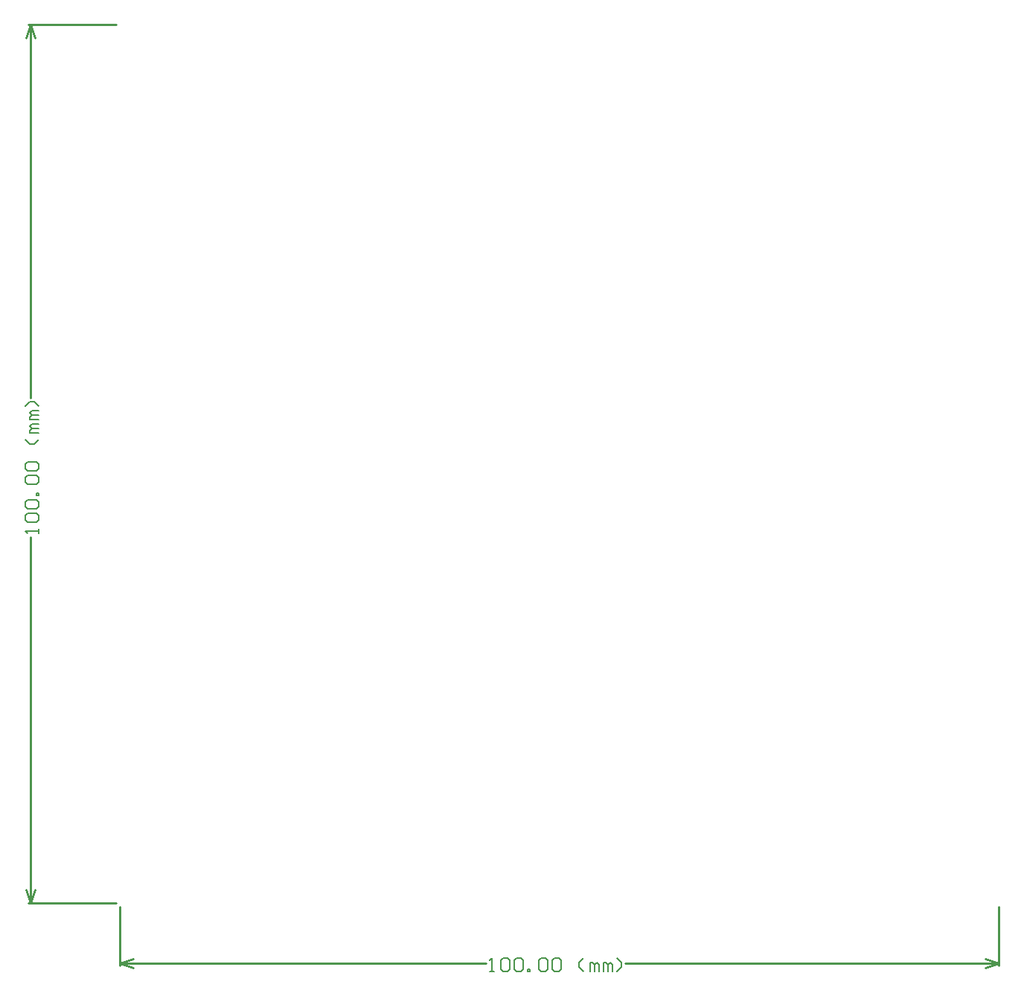
<source format=gm1>
G04*
G04 #@! TF.GenerationSoftware,Altium Limited,Altium Designer,18.0.11 (651)*
G04*
G04 Layer_Color=16711935*
%FSLAX44Y44*%
%MOMM*%
G71*
G01*
G75*
%ADD11C,0.2540*%
%ADD71C,0.1524*%
D11*
X508000Y693420D02*
X523240Y698500D01*
X508000Y693420D02*
X523240Y688340D01*
X1492760D02*
X1508000Y693420D01*
X1492760Y698500D02*
X1508000Y693420D01*
X508000D02*
X924966D01*
X1082906D02*
X1508000D01*
X508000Y690880D02*
Y758190D01*
X1508000Y690880D02*
Y758190D01*
X401320Y777240D02*
X406400Y762000D01*
X411480Y777240D01*
X406400Y1762000D02*
X411480Y1746760D01*
X401320D02*
X406400Y1762000D01*
Y762000D02*
Y1178966D01*
Y1336906D02*
Y1762000D01*
X403860Y762000D02*
X504190D01*
X403860Y1762000D02*
X504190D01*
D71*
X929030Y684278D02*
X934109D01*
X931569D01*
Y699513D01*
X929030Y696974D01*
X941726D02*
X944265Y699513D01*
X949344D01*
X951883Y696974D01*
Y686818D01*
X949344Y684278D01*
X944265D01*
X941726Y686818D01*
Y696974D01*
X956961D02*
X959500Y699513D01*
X964579D01*
X967118Y696974D01*
Y686818D01*
X964579Y684278D01*
X959500D01*
X956961Y686818D01*
Y696974D01*
X972196Y684278D02*
Y686818D01*
X974735D01*
Y684278D01*
X972196D01*
X984892Y696974D02*
X987431Y699513D01*
X992510D01*
X995049Y696974D01*
Y686818D01*
X992510Y684278D01*
X987431D01*
X984892Y686818D01*
Y696974D01*
X1000127D02*
X1002666Y699513D01*
X1007745D01*
X1010284Y696974D01*
Y686818D01*
X1007745Y684278D01*
X1002666D01*
X1000127Y686818D01*
Y696974D01*
X1035676Y684278D02*
X1030597Y689357D01*
Y694435D01*
X1035676Y699513D01*
X1043293Y684278D02*
Y694435D01*
X1045833D01*
X1048372Y691896D01*
Y684278D01*
Y691896D01*
X1050911Y694435D01*
X1053450Y691896D01*
Y684278D01*
X1058528D02*
Y694435D01*
X1061068D01*
X1063607Y691896D01*
Y684278D01*
Y691896D01*
X1066146Y694435D01*
X1068685Y691896D01*
Y684278D01*
X1073763D02*
X1078842Y689357D01*
Y694435D01*
X1073763Y699513D01*
X415541Y1183030D02*
Y1188109D01*
Y1185569D01*
X400307D01*
X402846Y1183030D01*
Y1195726D02*
X400307Y1198265D01*
Y1203344D01*
X402846Y1205883D01*
X413002D01*
X415541Y1203344D01*
Y1198265D01*
X413002Y1195726D01*
X402846D01*
Y1210961D02*
X400307Y1213500D01*
Y1218579D01*
X402846Y1221118D01*
X413002D01*
X415541Y1218579D01*
Y1213500D01*
X413002Y1210961D01*
X402846D01*
X415541Y1226196D02*
X413002D01*
Y1228736D01*
X415541D01*
Y1226196D01*
X402846Y1238892D02*
X400307Y1241431D01*
Y1246510D01*
X402846Y1249049D01*
X413002D01*
X415541Y1246510D01*
Y1241431D01*
X413002Y1238892D01*
X402846D01*
Y1254127D02*
X400307Y1256666D01*
Y1261745D01*
X402846Y1264284D01*
X413002D01*
X415541Y1261745D01*
Y1256666D01*
X413002Y1254127D01*
X402846D01*
X415541Y1289676D02*
X410463Y1284597D01*
X405385D01*
X400307Y1289676D01*
X415541Y1297293D02*
X405385D01*
Y1299832D01*
X407924Y1302372D01*
X415541D01*
X407924D01*
X405385Y1304911D01*
X407924Y1307450D01*
X415541D01*
Y1312528D02*
X405385D01*
Y1315067D01*
X407924Y1317607D01*
X415541D01*
X407924D01*
X405385Y1320146D01*
X407924Y1322685D01*
X415541D01*
Y1327763D02*
X410463Y1332842D01*
X405385D01*
X400307Y1327763D01*
M02*

</source>
